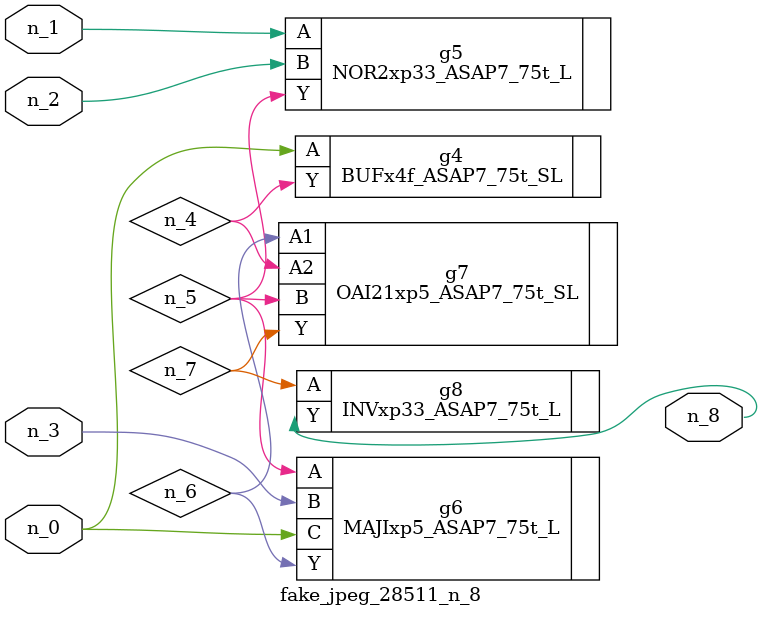
<source format=v>
module fake_jpeg_28511_n_8 (n_0, n_3, n_2, n_1, n_8);

input n_0;
input n_3;
input n_2;
input n_1;

output n_8;

wire n_4;
wire n_6;
wire n_5;
wire n_7;

BUFx4f_ASAP7_75t_SL g4 ( 
.A(n_0),
.Y(n_4)
);

NOR2xp33_ASAP7_75t_L g5 ( 
.A(n_1),
.B(n_2),
.Y(n_5)
);

MAJIxp5_ASAP7_75t_L g6 ( 
.A(n_5),
.B(n_3),
.C(n_0),
.Y(n_6)
);

OAI21xp5_ASAP7_75t_SL g7 ( 
.A1(n_6),
.A2(n_4),
.B(n_5),
.Y(n_7)
);

INVxp33_ASAP7_75t_L g8 ( 
.A(n_7),
.Y(n_8)
);


endmodule
</source>
